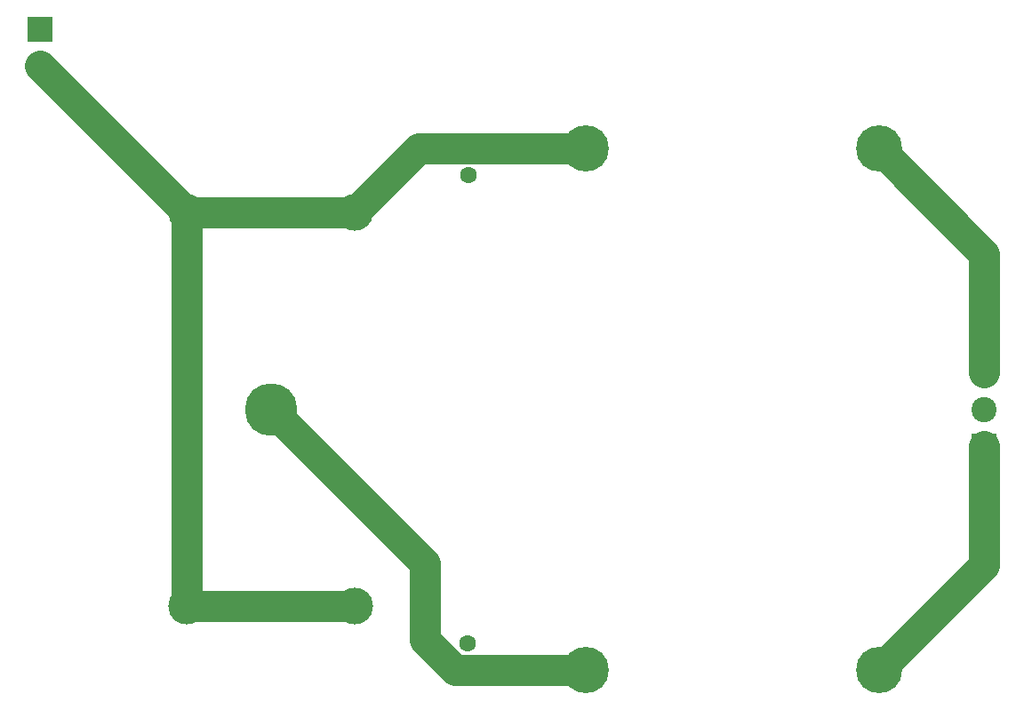
<source format=gtl>
G04 #@! TF.GenerationSoftware,KiCad,Pcbnew,(5.1.10-1-10_14)*
G04 #@! TF.CreationDate,2021-09-10T00:01:11+12:00*
G04 #@! TF.ProjectId,filter,66696c74-6572-42e6-9b69-6361645f7063,rev?*
G04 #@! TF.SameCoordinates,Original*
G04 #@! TF.FileFunction,Copper,L1,Top*
G04 #@! TF.FilePolarity,Positive*
%FSLAX46Y46*%
G04 Gerber Fmt 4.6, Leading zero omitted, Abs format (unit mm)*
G04 Created by KiCad (PCBNEW (5.1.10-1-10_14)) date 2021-09-10 00:01:11*
%MOMM*%
%LPD*%
G01*
G04 APERTURE LIST*
G04 #@! TA.AperFunction,ComponentPad*
%ADD10C,5.000000*%
G04 #@! TD*
G04 #@! TA.AperFunction,ComponentPad*
%ADD11C,3.500000*%
G04 #@! TD*
G04 #@! TA.AperFunction,ComponentPad*
%ADD12C,1.600000*%
G04 #@! TD*
G04 #@! TA.AperFunction,ComponentPad*
%ADD13C,2.400000*%
G04 #@! TD*
G04 #@! TA.AperFunction,ComponentPad*
%ADD14R,2.400000X2.400000*%
G04 #@! TD*
G04 #@! TA.AperFunction,ComponentPad*
%ADD15C,4.400000*%
G04 #@! TD*
G04 #@! TA.AperFunction,Conductor*
%ADD16C,3.000000*%
G04 #@! TD*
G04 APERTURE END LIST*
D10*
X128574800Y-102933500D03*
D11*
X136574800Y-84183500D03*
X120574800Y-84183500D03*
X120574800Y-121683500D03*
X136574800Y-121683500D03*
D12*
X147320000Y-125262000D03*
X147320000Y-127762000D03*
X147370800Y-78105000D03*
X147370800Y-80605000D03*
D13*
X106603800Y-70225800D03*
D14*
X106603800Y-66725800D03*
D15*
X158597600Y-127762000D03*
X186537600Y-127762000D03*
X158597600Y-78105000D03*
X186537600Y-78105000D03*
D14*
X196545200Y-106433500D03*
D13*
X196545200Y-102933500D03*
X196545200Y-99433500D03*
D16*
X128574800Y-102933500D02*
X143281400Y-117640100D01*
X158597600Y-127762000D02*
X147320000Y-127762000D01*
X143281400Y-124923402D02*
X143281400Y-117640100D01*
X146119999Y-127762001D02*
X143281400Y-124923402D01*
X147320000Y-127762000D02*
X146119999Y-127762001D01*
X136574800Y-121683500D02*
X120574800Y-121683500D01*
X120574800Y-84183500D02*
X120574800Y-121683500D01*
X136574800Y-84183500D02*
X120574800Y-84183500D01*
X106617100Y-70225800D02*
X120574800Y-84183500D01*
X106603800Y-70225800D02*
X106617100Y-70225800D01*
X158597600Y-78105000D02*
X147370800Y-78105000D01*
X142653301Y-78104999D02*
X147370800Y-78104999D01*
X136574800Y-84183500D02*
X142653301Y-78104999D01*
X196545200Y-117754400D02*
X186537600Y-127762000D01*
X196545200Y-117754400D02*
X196545200Y-106433500D01*
X196545200Y-88112600D02*
X186537600Y-78105000D01*
X196545200Y-88112600D02*
X196545200Y-99433500D01*
M02*

</source>
